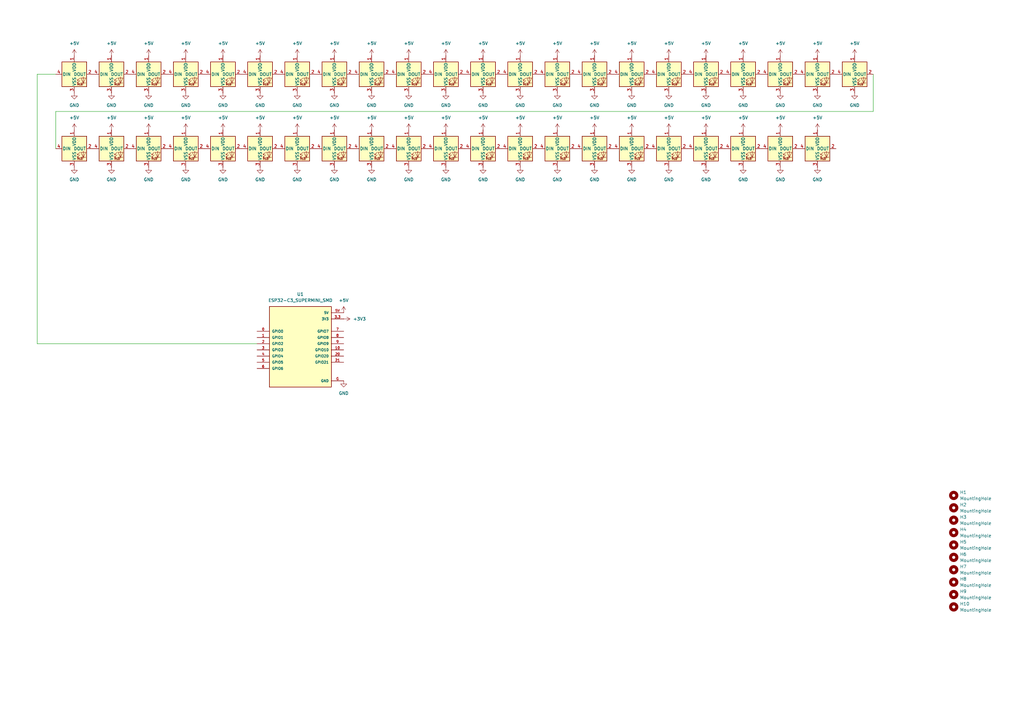
<source format=kicad_sch>
(kicad_sch (version 20250114) (generator "eeschema") (generator_version "9.0")
  (paper "A3")
  (lib_symbols
    (symbol "FunzlBoard:ESP32-C3_SUPERMINI_SMD" (pin_names (offset 1.016))
      (property "Reference" "U" (at -12.7 16.002 0))
      (property "Value" "ESP32-C3_SUPERMINI_SMD" (at -12.7 -20.32 0))
      (symbol "ESP32-C3_SUPERMINI_SMD_0_0"
        (rectangle (start -12.7 -17.78) (end 12.7 15.24) (stroke (width 0.254)) (fill (type background)))
        (pin bidirectional line (at -17.78 5.08 0) (length 5.08) (name "GPIO0") (number "0"))
        (pin bidirectional line (at -17.78 2.54 0) (length 5.08) (name "GPIO1") (number "1"))
        (pin bidirectional line (at -17.78 0 0) (length 5.08) (name "GPIO2") (number "2"))
        (pin bidirectional line (at -17.78 -2.54 0) (length 5.08) (name "GPIO3") (number "3"))
        (pin bidirectional line (at -17.78 -5.08 0) (length 5.08) (name "GPIO4") (number "4"))
        (pin bidirectional line (at -17.78 -7.62 0) (length 5.08) (name "GPIO5") (number "5"))
        (pin bidirectional line (at -17.78 -10.16 0) (length 5.08) (name "GPIO6") (number "6"))
        (pin power_in line (at 17.78 12.7 180) (length 5.08) (name "5V") (number "5V"))
        (pin power_in line (at 17.78 10.16 180) (length 5.08) (name "3V3") (number "3.3"))
        (pin bidirectional line (at 17.78 5.08 180) (length 5.08) (name "GPIO7") (number "7"))
        (pin bidirectional line (at 17.78 2.54 180) (length 5.08) (name "GPIO8") (number "8"))
        (pin bidirectional line (at 17.78 0 180) (length 5.08) (name "GPIO9") (number "9"))
        (pin bidirectional line (at 17.78 -2.54 180) (length 5.08) (name "GPIO10") (number "10"))
        (pin bidirectional line (at 17.78 -5.08 180) (length 5.08) (name "GPIO20") (number "20"))
        (pin bidirectional line (at 17.78 -7.62 180) (length 5.08) (name "GPIO21") (number "21"))
        (pin power_in line (at 17.78 -15.24 180) (length 5.08) (name "GND") (number "G"))
      )
    )
    (symbol "LED:WS2812B" (pin_names (offset 0.254))
      (property "Reference" "D" (at 5.08 5.715 0))
      (property "Value" "WS2812B" (at 1.27 -5.715 0))
      (symbol "WS2812B_0_0"
        (text "RGB" (at 2.286 -4.191 0) (effects (font (size 0.762 0.762))))
      )
      (symbol "WS2812B_0_1"
        (polyline (pts (xy 1.27 -2.54) (xy 1.778 -2.54)))
        (polyline (pts (xy 1.27 -3.556) (xy 1.778 -3.556)))
        (polyline (pts (xy 2.286 -1.524) (xy 1.27 -2.54) (xy 1.27 -2.032)))
        (polyline (pts (xy 2.286 -2.54) (xy 1.27 -3.556) (xy 1.27 -3.048)))
        (polyline (pts (xy 3.683 -1.016) (xy 3.683 -3.556) (xy 3.683 -4.064)))
        (polyline (pts (xy 4.699 -1.524) (xy 2.667 -1.524) (xy 3.683 -3.556) (xy 4.699 -1.524)))
        (polyline (pts (xy 4.699 -3.556) (xy 2.667 -3.556)))
        (rectangle (start 5.08 5.08) (end -5.08 -5.08) (stroke (width 0.254)) (fill (type background)))
      )
      (symbol "WS2812B_1_1"
        (pin input line (at -7.62 0 0) (length 2.54) (name "DIN") (number "4"))
        (pin power_in line (at 0 7.62 270) (length 2.54) (name "VDD") (number "1"))
        (pin power_in line (at 0 -7.62 90) (length 2.54) (name "VSS") (number "3"))
        (pin output line (at 7.62 0 180) (length 2.54) (name "DOUT") (number "2"))
      )
    )
    (symbol "Mechanical:MountingHole" (pin_names (offset 1.016)) (in_bom no)
      (property "Reference" "H" (at 0 5.08 0))
      (property "Value" "MountingHole" (at 0 3.175 0))
      (symbol "MountingHole_0_1"
        (circle (center 0 0) (radius 1.27) (stroke (width 1.27)))
      )
    )
    (symbol "power:+3V3" (power) (pin_numbers (hide yes)) (pin_names (offset 0) (hide yes))
      (property "Value" "+3V3" (at 0 3.556 0))
      (symbol "+3V3_0_1"
        (polyline (pts (xy -0.762 1.27) (xy 0 2.54)))
        (polyline (pts (xy 0 2.54) (xy 0.762 1.27)))
        (polyline (pts (xy 0 0) (xy 0 2.54)))
      )
      (symbol "+3V3_1_1"
        (pin power_in line (at 0 0 90) (length 0) (name "~") (number "1"))
      )
    )
    (symbol "power:+5V" (power) (pin_numbers (hide yes)) (pin_names (offset 0) (hide yes))
      (property "Value" "+5V" (at 0 3.556 0))
      (symbol "+5V_0_1"
        (polyline (pts (xy -0.762 1.27) (xy 0 2.54)))
        (polyline (pts (xy 0 2.54) (xy 0.762 1.27)))
        (polyline (pts (xy 0 0) (xy 0 2.54)))
      )
      (symbol "+5V_1_1"
        (pin power_in line (at 0 0 90) (length 0) (name "~") (number "1"))
      )
    )
    (symbol "power:GND" (power) (pin_numbers (hide yes)) (pin_names (offset 0) (hide yes))
      (property "Value" "GND" (at 0 -3.81 0))
      (symbol "GND_0_1"
        (polyline (pts (xy 0 0) (xy 0 -1.27) (xy 1.27 -1.27) (xy 0 -2.54) (xy -1.27 -1.27) (xy 0 -1.27)))
      )
      (symbol "GND_1_1"
        (pin power_in line (at 0 0 270) (length 0) (name "~") (number "1"))
      )
    )
  )
  (wire (pts (xy 15.24 140.97) (xy 15.24 30.48)))
  (wire (pts (xy 358.14 45.72) (xy 22.86 45.72)))
  (wire (pts (xy 15.24 30.48) (xy 22.86 30.48)))
  (wire (pts (xy 105.41 140.97) (xy 15.24 140.97)))
  (wire (pts (xy 358.14 30.48) (xy 358.14 45.72)))
  (wire (pts (xy 22.86 45.72) (xy 22.86 60.96)))
  (symbol (lib_id "power:GND") (at 182.88 38.1 0) (unit 1)
    (property "Reference" "#PWR022" (effects (hide yes)))
    (property "Value" "GND" (at 182.88 43.18 0))
    (property "Description" "Power symbol creates a global label with name \"GND\" , ground" (effects (hide yes)))
  )
  (symbol (lib_id "LED:WS2812B") (at 350.52 30.48 0) (unit 1)
    (property "Reference" "D22" (effects (hide yes)))
    (property "Value" "WS2812B" (effects (hide yes)))
    (property "Footprint" "LED_SMD:LED_WS2812B_PLCC4_5.0x5.0mm_P3.2mm" (effects (hide yes)))
    (property "Datasheet" "https://cdn-shop.adafruit.com/datasheets/WS2812B.pdf" (effects (hide yes)))
    (property "Description" "RGB LED with integrated controller" (effects (hide yes)))
  )
  (symbol (lib_id "LED:WS2812B") (at 76.2 30.48 0) (unit 1)
    (property "Reference" "D4" (effects (hide yes)))
    (property "Value" "WS2812B" (effects (hide yes)))
    (property "Footprint" "LED_SMD:LED_WS2812B_PLCC4_5.0x5.0mm_P3.2mm" (effects (hide yes)))
    (property "Datasheet" "https://cdn-shop.adafruit.com/datasheets/WS2812B.pdf" (effects (hide yes)))
    (property "Description" "RGB LED with integrated controller" (effects (hide yes)))
  )
  (symbol (lib_id "LED:WS2812B") (at 30.48 30.48 0) (unit 1)
    (property "Reference" "D1" (effects (hide yes)))
    (property "Value" "WS2812B" (effects (hide yes)))
    (property "Footprint" "LED_SMD:LED_WS2812B_PLCC4_5.0x5.0mm_P3.2mm" (effects (hide yes)))
    (property "Datasheet" "https://cdn-shop.adafruit.com/datasheets/WS2812B.pdf" (effects (hide yes)))
    (property "Description" "RGB LED with integrated controller" (effects (hide yes)))
  )
  (symbol (lib_id "Mechanical:MountingHole") (at 391.16 203.2 0) (unit 1) (in_bom no)
    (property "Reference" "H1" (at 393.7 201.9299 0) (effects (justify left)))
    (property "Value" "MountingHole" (at 393.7 204.4699 0) (effects (justify left)))
    (property "Footprint" "MountingHole:MountingHole_4.3mm_M4_DIN965" (effects (hide yes)))
    (property "Description" "Mounting Hole without connection" (effects (hide yes)))
  )
  (symbol (lib_id "power:GND") (at 289.56 38.1 0) (unit 1)
    (property "Reference" "#PWR036" (effects (hide yes)))
    (property "Value" "GND" (at 289.56 43.18 0))
    (property "Description" "Power symbol creates a global label with name \"GND\" , ground" (effects (hide yes)))
  )
  (symbol (lib_id "power:GND") (at 121.92 68.58 0) (unit 1)
    (property "Reference" "#PWR058" (effects (hide yes)))
    (property "Value" "GND" (at 121.92 73.66 0))
    (property "Description" "Power symbol creates a global label with name \"GND\" , ground" (effects (hide yes)))
  )
  (symbol (lib_id "power:+5V") (at 60.96 53.34 0) (unit 1)
    (property "Reference" "#PWR049" (effects (hide yes)))
    (property "Value" "+5V" (at 60.96 48.26 0))
    (property "Description" "Power symbol creates a global label with name \"+5V\"" (effects (hide yes)))
  )
  (symbol (lib_id "power:GND") (at 106.68 68.58 0) (unit 1)
    (property "Reference" "#PWR056" (effects (hide yes)))
    (property "Value" "GND" (at 106.68 73.66 0))
    (property "Description" "Power symbol creates a global label with name \"GND\" , ground" (effects (hide yes)))
  )
  (symbol (lib_id "power:+5V") (at 304.8 22.86 0) (unit 1)
    (property "Reference" "#PWR037" (effects (hide yes)))
    (property "Value" "+5V" (at 304.8 17.78 0))
    (property "Description" "Power symbol creates a global label with name \"+5V\"" (effects (hide yes)))
  )
  (symbol (lib_id "power:+5V") (at 91.44 22.86 0) (unit 1)
    (property "Reference" "#PWR09" (effects (hide yes)))
    (property "Value" "+5V" (at 91.44 17.78 0))
    (property "Description" "Power symbol creates a global label with name \"+5V\"" (effects (hide yes)))
  )
  (symbol (lib_id "power:GND") (at 243.84 68.58 0) (unit 1)
    (property "Reference" "#PWR074" (effects (hide yes)))
    (property "Value" "GND" (at 243.84 73.66 0))
    (property "Description" "Power symbol creates a global label with name \"GND\" , ground" (effects (hide yes)))
  )
  (symbol (lib_id "LED:WS2812B") (at 198.12 30.48 0) (unit 1)
    (property "Reference" "D12" (effects (hide yes)))
    (property "Value" "WS2812B" (effects (hide yes)))
    (property "Footprint" "LED_SMD:LED_WS2812B_PLCC4_5.0x5.0mm_P3.2mm" (effects (hide yes)))
    (property "Datasheet" "https://cdn-shop.adafruit.com/datasheets/WS2812B.pdf" (effects (hide yes)))
    (property "Description" "RGB LED with integrated controller" (effects (hide yes)))
  )
  (symbol (lib_id "LED:WS2812B") (at 213.36 60.96 0) (unit 1)
    (property "Reference" "D35" (effects (hide yes)))
    (property "Value" "WS2812B" (effects (hide yes)))
    (property "Footprint" "LED_SMD:LED_WS2812B_PLCC4_5.0x5.0mm_P3.2mm" (effects (hide yes)))
    (property "Datasheet" "https://cdn-shop.adafruit.com/datasheets/WS2812B.pdf" (effects (hide yes)))
    (property "Description" "RGB LED with integrated controller" (effects (hide yes)))
  )
  (symbol (lib_id "LED:WS2812B") (at 320.04 30.48 0) (unit 1)
    (property "Reference" "D20" (effects (hide yes)))
    (property "Value" "WS2812B" (effects (hide yes)))
    (property "Footprint" "LED_SMD:LED_WS2812B_PLCC4_5.0x5.0mm_P3.2mm" (effects (hide yes)))
    (property "Datasheet" "https://cdn-shop.adafruit.com/datasheets/WS2812B.pdf" (effects (hide yes)))
    (property "Description" "RGB LED with integrated controller" (effects (hide yes)))
  )
  (symbol (lib_id "LED:WS2812B") (at 228.6 60.96 0) (unit 1)
    (property "Reference" "D36" (effects (hide yes)))
    (property "Value" "WS2812B" (effects (hide yes)))
    (property "Footprint" "LED_SMD:LED_WS2812B_PLCC4_5.0x5.0mm_P3.2mm" (effects (hide yes)))
    (property "Datasheet" "https://cdn-shop.adafruit.com/datasheets/WS2812B.pdf" (effects (hide yes)))
    (property "Description" "RGB LED with integrated controller" (effects (hide yes)))
  )
  (symbol (lib_id "LED:WS2812B") (at 137.16 30.48 0) (unit 1)
    (property "Reference" "D8" (effects (hide yes)))
    (property "Value" "WS2812B" (effects (hide yes)))
    (property "Footprint" "LED_SMD:LED_WS2812B_PLCC4_5.0x5.0mm_P3.2mm" (effects (hide yes)))
    (property "Datasheet" "https://cdn-shop.adafruit.com/datasheets/WS2812B.pdf" (effects (hide yes)))
    (property "Description" "RGB LED with integrated controller" (effects (hide yes)))
  )
  (symbol (lib_id "power:GND") (at 30.48 38.1 0) (unit 1)
    (property "Reference" "#PWR01" (effects (hide yes)))
    (property "Value" "GND" (at 30.48 43.18 0))
    (property "Description" "Power symbol creates a global label with name \"GND\" , ground" (effects (hide yes)))
  )
  (symbol (lib_id "LED:WS2812B") (at 274.32 60.96 0) (unit 1)
    (property "Reference" "D39" (effects (hide yes)))
    (property "Value" "WS2812B" (effects (hide yes)))
    (property "Footprint" "LED_SMD:LED_WS2812B_PLCC4_5.0x5.0mm_P3.2mm" (effects (hide yes)))
    (property "Datasheet" "https://cdn-shop.adafruit.com/datasheets/WS2812B.pdf" (effects (hide yes)))
    (property "Description" "RGB LED with integrated controller" (effects (hide yes)))
  )
  (symbol (lib_id "power:GND") (at 259.08 68.58 0) (unit 1)
    (property "Reference" "#PWR076" (effects (hide yes)))
    (property "Value" "GND" (at 259.08 73.66 0))
    (property "Description" "Power symbol creates a global label with name \"GND\" , ground" (effects (hide yes)))
  )
  (symbol (lib_id "power:GND") (at 76.2 68.58 0) (unit 1)
    (property "Reference" "#PWR052" (effects (hide yes)))
    (property "Value" "GND" (at 76.2 73.66 0))
    (property "Description" "Power symbol creates a global label with name \"GND\" , ground" (effects (hide yes)))
  )
  (symbol (lib_id "power:+5V") (at 213.36 22.86 0) (unit 1)
    (property "Reference" "#PWR025" (effects (hide yes)))
    (property "Value" "+5V" (at 213.36 17.78 0))
    (property "Description" "Power symbol creates a global label with name \"+5V\"" (effects (hide yes)))
  )
  (symbol (lib_id "power:+5V") (at 140.97 128.27 0) (unit 1)
    (property "Reference" "#PWR089" (effects (hide yes)))
    (property "Value" "+5V" (at 140.97 123.19 0))
    (property "Description" "Power symbol creates a global label with name \"+5V\"" (effects (hide yes)))
  )
  (symbol (lib_id "power:GND") (at 140.97 156.21 0) (unit 1)
    (property "Reference" "#PWR090" (effects (hide yes)))
    (property "Value" "GND" (at 140.97 161.29 0))
    (property "Description" "Power symbol creates a global label with name \"GND\" , ground" (effects (hide yes)))
  )
  (symbol (lib_id "power:GND") (at 121.92 38.1 0) (unit 1)
    (property "Reference" "#PWR014" (effects (hide yes)))
    (property "Value" "GND" (at 121.92 43.18 0))
    (property "Description" "Power symbol creates a global label with name \"GND\" , ground" (effects (hide yes)))
  )
  (symbol (lib_id "power:+5V") (at 121.92 53.34 0) (unit 1)
    (property "Reference" "#PWR057" (effects (hide yes)))
    (property "Value" "+5V" (at 121.92 48.26 0))
    (property "Description" "Power symbol creates a global label with name \"+5V\"" (effects (hide yes)))
  )
  (symbol (lib_id "Mechanical:MountingHole") (at 391.16 228.6 0) (unit 1) (in_bom no)
    (property "Reference" "H6" (at 393.7 227.3299 0) (effects (justify left)))
    (property "Value" "MountingHole" (at 393.7 229.8699 0) (effects (justify left)))
    (property "Footprint" "MountingHole:MountingHole_4.3mm_M4_DIN965" (effects (hide yes)))
    (property "Description" "Mounting Hole without connection" (effects (hide yes)))
  )
  (symbol (lib_id "power:GND") (at 60.96 38.1 0) (unit 1)
    (property "Reference" "#PWR06" (effects (hide yes)))
    (property "Value" "GND" (at 60.96 43.18 0))
    (property "Description" "Power symbol creates a global label with name \"GND\" , ground" (effects (hide yes)))
  )
  (symbol (lib_id "power:GND") (at 30.48 68.58 0) (unit 1)
    (property "Reference" "#PWR046" (effects (hide yes)))
    (property "Value" "GND" (at 30.48 73.66 0))
    (property "Description" "Power symbol creates a global label with name \"GND\" , ground" (effects (hide yes)))
  )
  (symbol (lib_id "LED:WS2812B") (at 243.84 30.48 0) (unit 1)
    (property "Reference" "D15" (effects (hide yes)))
    (property "Value" "WS2812B" (effects (hide yes)))
    (property "Footprint" "LED_SMD:LED_WS2812B_PLCC4_5.0x5.0mm_P3.2mm" (effects (hide yes)))
    (property "Datasheet" "https://cdn-shop.adafruit.com/datasheets/WS2812B.pdf" (effects (hide yes)))
    (property "Description" "RGB LED with integrated controller" (effects (hide yes)))
  )
  (symbol (lib_id "power:GND") (at 198.12 68.58 0) (unit 1)
    (property "Reference" "#PWR068" (effects (hide yes)))
    (property "Value" "GND" (at 198.12 73.66 0))
    (property "Description" "Power symbol creates a global label with name \"GND\" , ground" (effects (hide yes)))
  )
  (symbol (lib_id "power:GND") (at 320.04 68.58 0) (unit 1)
    (property "Reference" "#PWR084" (effects (hide yes)))
    (property "Value" "GND" (at 320.04 73.66 0))
    (property "Description" "Power symbol creates a global label with name \"GND\" , ground" (effects (hide yes)))
  )
  (symbol (lib_id "power:+5V") (at 30.48 53.34 0) (unit 1)
    (property "Reference" "#PWR045" (effects (hide yes)))
    (property "Value" "+5V" (at 30.48 48.26 0))
    (property "Description" "Power symbol creates a global label with name \"+5V\"" (effects (hide yes)))
  )
  (symbol (lib_id "Mechanical:MountingHole") (at 391.16 208.28 0) (unit 1) (in_bom no)
    (property "Reference" "H2" (at 393.7 207.0099 0) (effects (justify left)))
    (property "Value" "MountingHole" (at 393.7 209.5499 0) (effects (justify left)))
    (property "Footprint" "MountingHole:MountingHole_4.3mm_M4_DIN965" (effects (hide yes)))
    (property "Description" "Mounting Hole without connection" (effects (hide yes)))
  )
  (symbol (lib_id "power:+5V") (at 335.28 53.34 0) (unit 1)
    (property "Reference" "#PWR085" (effects (hide yes)))
    (property "Value" "+5V" (at 335.28 48.26 0))
    (property "Description" "Power symbol creates a global label with name \"+5V\"" (effects (hide yes)))
  )
  (symbol (lib_id "LED:WS2812B") (at 289.56 60.96 0) (unit 1)
    (property "Reference" "D40" (effects (hide yes)))
    (property "Value" "WS2812B" (effects (hide yes)))
    (property "Footprint" "LED_SMD:LED_WS2812B_PLCC4_5.0x5.0mm_P3.2mm" (effects (hide yes)))
    (property "Datasheet" "https://cdn-shop.adafruit.com/datasheets/WS2812B.pdf" (effects (hide yes)))
    (property "Description" "RGB LED with integrated controller" (effects (hide yes)))
  )
  (symbol (lib_id "power:+5V") (at 137.16 22.86 0) (unit 1)
    (property "Reference" "#PWR015" (effects (hide yes)))
    (property "Value" "+5V" (at 137.16 17.78 0))
    (property "Description" "Power symbol creates a global label with name \"+5V\"" (effects (hide yes)))
  )
  (symbol (lib_id "LED:WS2812B") (at 45.72 30.48 0) (unit 1)
    (property "Reference" "D2" (effects (hide yes)))
    (property "Value" "WS2812B" (effects (hide yes)))
    (property "Footprint" "LED_SMD:LED_WS2812B_PLCC4_5.0x5.0mm_P3.2mm" (effects (hide yes)))
    (property "Datasheet" "https://cdn-shop.adafruit.com/datasheets/WS2812B.pdf" (effects (hide yes)))
    (property "Description" "RGB LED with integrated controller" (effects (hide yes)))
  )
  (symbol (lib_id "LED:WS2812B") (at 152.4 30.48 0) (unit 1)
    (property "Reference" "D9" (effects (hide yes)))
    (property "Value" "WS2812B" (effects (hide yes)))
    (property "Footprint" "LED_SMD:LED_WS2812B_PLCC4_5.0x5.0mm_P3.2mm" (effects (hide yes)))
    (property "Datasheet" "https://cdn-shop.adafruit.com/datasheets/WS2812B.pdf" (effects (hide yes)))
    (property "Description" "RGB LED with integrated controller" (effects (hide yes)))
  )
  (symbol (lib_id "power:+5V") (at 106.68 53.34 0) (unit 1)
    (property "Reference" "#PWR055" (effects (hide yes)))
    (property "Value" "+5V" (at 106.68 48.26 0))
    (property "Description" "Power symbol creates a global label with name \"+5V\"" (effects (hide yes)))
  )
  (symbol (lib_id "LED:WS2812B") (at 304.8 30.48 0) (unit 1)
    (property "Reference" "D19" (effects (hide yes)))
    (property "Value" "WS2812B" (effects (hide yes)))
    (property "Footprint" "LED_SMD:LED_WS2812B_PLCC4_5.0x5.0mm_P3.2mm" (effects (hide yes)))
    (property "Datasheet" "https://cdn-shop.adafruit.com/datasheets/WS2812B.pdf" (effects (hide yes)))
    (property "Description" "RGB LED with integrated controller" (effects (hide yes)))
  )
  (symbol (lib_id "power:+5V") (at 259.08 53.34 0) (unit 1)
    (property "Reference" "#PWR075" (effects (hide yes)))
    (property "Value" "+5V" (at 259.08 48.26 0))
    (property "Description" "Power symbol creates a global label with name \"+5V\"" (effects (hide yes)))
  )
  (symbol (lib_id "power:GND") (at 320.04 38.1 0) (unit 1)
    (property "Reference" "#PWR040" (effects (hide yes)))
    (property "Value" "GND" (at 320.04 43.18 0))
    (property "Description" "Power symbol creates a global label with name \"GND\" , ground" (effects (hide yes)))
  )
  (symbol (lib_id "LED:WS2812B") (at 228.6 30.48 0) (unit 1)
    (property "Reference" "D14" (effects (hide yes)))
    (property "Value" "WS2812B" (effects (hide yes)))
    (property "Footprint" "LED_SMD:LED_WS2812B_PLCC4_5.0x5.0mm_P3.2mm" (effects (hide yes)))
    (property "Datasheet" "https://cdn-shop.adafruit.com/datasheets/WS2812B.pdf" (effects (hide yes)))
    (property "Description" "RGB LED with integrated controller" (effects (hide yes)))
  )
  (symbol (lib_id "power:+5V") (at 121.92 22.86 0) (unit 1)
    (property "Reference" "#PWR013" (effects (hide yes)))
    (property "Value" "+5V" (at 121.92 17.78 0))
    (property "Description" "Power symbol creates a global label with name \"+5V\"" (effects (hide yes)))
  )
  (symbol (lib_id "Mechanical:MountingHole") (at 391.16 243.84 0) (unit 1) (in_bom no)
    (property "Reference" "H9" (at 393.7 242.5699 0) (effects (justify left)))
    (property "Value" "MountingHole" (at 393.7 245.1099 0) (effects (justify left)))
    (property "Footprint" "MountingHole:MountingHole_4.3mm_M4_DIN965" (effects (hide yes)))
    (property "Description" "Mounting Hole without connection" (effects (hide yes)))
  )
  (symbol (lib_id "LED:WS2812B") (at 152.4 60.96 0) (unit 1)
    (property "Reference" "D31" (effects (hide yes)))
    (property "Value" "WS2812B" (effects (hide yes)))
    (property "Footprint" "LED_SMD:LED_WS2812B_PLCC4_5.0x5.0mm_P3.2mm" (effects (hide yes)))
    (property "Datasheet" "https://cdn-shop.adafruit.com/datasheets/WS2812B.pdf" (effects (hide yes)))
    (property "Description" "RGB LED with integrated controller" (effects (hide yes)))
  )
  (symbol (lib_id "power:+5V") (at 304.8 53.34 0) (unit 1)
    (property "Reference" "#PWR081" (effects (hide yes)))
    (property "Value" "+5V" (at 304.8 48.26 0))
    (property "Description" "Power symbol creates a global label with name \"+5V\"" (effects (hide yes)))
  )
  (symbol (lib_id "power:+5V") (at 289.56 22.86 0) (unit 1)
    (property "Reference" "#PWR035" (effects (hide yes)))
    (property "Value" "+5V" (at 289.56 17.78 0))
    (property "Description" "Power symbol creates a global label with name \"+5V\"" (effects (hide yes)))
  )
  (symbol (lib_id "power:GND") (at 213.36 38.1 0) (unit 1)
    (property "Reference" "#PWR026" (effects (hide yes)))
    (property "Value" "GND" (at 213.36 43.18 0))
    (property "Description" "Power symbol creates a global label with name \"GND\" , ground" (effects (hide yes)))
  )
  (symbol (lib_id "Mechanical:MountingHole") (at 391.16 218.44 0) (unit 1) (in_bom no)
    (property "Reference" "H4" (at 393.7 217.1699 0) (effects (justify left)))
    (property "Value" "MountingHole" (at 393.7 219.7099 0) (effects (justify left)))
    (property "Footprint" "MountingHole:MountingHole_4.3mm_M4_DIN965" (effects (hide yes)))
    (property "Description" "Mounting Hole without connection" (effects (hide yes)))
  )
  (symbol (lib_id "power:+5V") (at 274.32 22.86 0) (unit 1)
    (property "Reference" "#PWR033" (effects (hide yes)))
    (property "Value" "+5V" (at 274.32 17.78 0))
    (property "Description" "Power symbol creates a global label with name \"+5V\"" (effects (hide yes)))
  )
  (symbol (lib_id "power:+5V") (at 228.6 22.86 0) (unit 1)
    (property "Reference" "#PWR027" (effects (hide yes)))
    (property "Value" "+5V" (at 228.6 17.78 0))
    (property "Description" "Power symbol creates a global label with name \"+5V\"" (effects (hide yes)))
  )
  (symbol (lib_id "power:GND") (at 335.28 38.1 0) (unit 1)
    (property "Reference" "#PWR042" (effects (hide yes)))
    (property "Value" "GND" (at 335.28 43.18 0))
    (property "Description" "Power symbol creates a global label with name \"GND\" , ground" (effects (hide yes)))
  )
  (symbol (lib_id "LED:WS2812B") (at 259.08 30.48 0) (unit 1)
    (property "Reference" "D16" (effects (hide yes)))
    (property "Value" "WS2812B" (effects (hide yes)))
    (property "Footprint" "LED_SMD:LED_WS2812B_PLCC4_5.0x5.0mm_P3.2mm" (effects (hide yes)))
    (property "Datasheet" "https://cdn-shop.adafruit.com/datasheets/WS2812B.pdf" (effects (hide yes)))
    (property "Description" "RGB LED with integrated controller" (effects (hide yes)))
  )
  (symbol (lib_id "power:GND") (at 304.8 68.58 0) (unit 1)
    (property "Reference" "#PWR082" (effects (hide yes)))
    (property "Value" "GND" (at 304.8 73.66 0))
    (property "Description" "Power symbol creates a global label with name \"GND\" , ground" (effects (hide yes)))
  )
  (symbol (lib_id "LED:WS2812B") (at 320.04 60.96 0) (unit 1)
    (property "Reference" "D42" (effects (hide yes)))
    (property "Value" "WS2812B" (effects (hide yes)))
    (property "Footprint" "LED_SMD:LED_WS2812B_PLCC4_5.0x5.0mm_P3.2mm" (effects (hide yes)))
    (property "Datasheet" "https://cdn-shop.adafruit.com/datasheets/WS2812B.pdf" (effects (hide yes)))
    (property "Description" "RGB LED with integrated controller" (effects (hide yes)))
  )
  (symbol (lib_id "LED:WS2812B") (at 121.92 60.96 0) (unit 1)
    (property "Reference" "D29" (effects (hide yes)))
    (property "Value" "WS2812B" (effects (hide yes)))
    (property "Footprint" "LED_SMD:LED_WS2812B_PLCC4_5.0x5.0mm_P3.2mm" (effects (hide yes)))
    (property "Datasheet" "https://cdn-shop.adafruit.com/datasheets/WS2812B.pdf" (effects (hide yes)))
    (property "Description" "RGB LED with integrated controller" (effects (hide yes)))
  )
  (symbol (lib_id "power:GND") (at 152.4 38.1 0) (unit 1)
    (property "Reference" "#PWR018" (effects (hide yes)))
    (property "Value" "GND" (at 152.4 43.18 0))
    (property "Description" "Power symbol creates a global label with name \"GND\" , ground" (effects (hide yes)))
  )
  (symbol (lib_id "LED:WS2812B") (at 335.28 30.48 0) (unit 1)
    (property "Reference" "D21" (effects (hide yes)))
    (property "Value" "WS2812B" (effects (hide yes)))
    (property "Footprint" "LED_SMD:LED_WS2812B_PLCC4_5.0x5.0mm_P3.2mm" (effects (hide yes)))
    (property "Datasheet" "https://cdn-shop.adafruit.com/datasheets/WS2812B.pdf" (effects (hide yes)))
    (property "Description" "RGB LED with integrated controller" (effects (hide yes)))
  )
  (symbol (lib_id "power:GND") (at 137.16 68.58 0) (unit 1)
    (property "Reference" "#PWR060" (effects (hide yes)))
    (property "Value" "GND" (at 137.16 73.66 0))
    (property "Description" "Power symbol creates a global label with name \"GND\" , ground" (effects (hide yes)))
  )
  (symbol (lib_id "power:GND") (at 76.2 38.1 0) (unit 1)
    (property "Reference" "#PWR08" (effects (hide yes)))
    (property "Value" "GND" (at 76.2 43.18 0))
    (property "Description" "Power symbol creates a global label with name \"GND\" , ground" (effects (hide yes)))
  )
  (symbol (lib_id "power:+5V") (at 152.4 22.86 0) (unit 1)
    (property "Reference" "#PWR017" (effects (hide yes)))
    (property "Value" "+5V" (at 152.4 17.78 0))
    (property "Description" "Power symbol creates a global label with name \"+5V\"" (effects (hide yes)))
  )
  (symbol (lib_id "Mechanical:MountingHole") (at 391.16 248.92 0) (unit 1) (in_bom no)
    (property "Reference" "H10" (at 393.7 247.6499 0) (effects (justify left)))
    (property "Value" "MountingHole" (at 393.7 250.1899 0) (effects (justify left)))
    (property "Footprint" "MountingHole:MountingHole_4.3mm_M4_DIN965" (effects (hide yes)))
    (property "Description" "Mounting Hole without connection" (effects (hide yes)))
  )
  (symbol (lib_id "power:+5V") (at 228.6 53.34 0) (unit 1)
    (property "Reference" "#PWR071" (effects (hide yes)))
    (property "Value" "+5V" (at 228.6 48.26 0))
    (property "Description" "Power symbol creates a global label with name \"+5V\"" (effects (hide yes)))
  )
  (symbol (lib_id "power:+5V") (at 106.68 22.86 0) (unit 1)
    (property "Reference" "#PWR011" (effects (hide yes)))
    (property "Value" "+5V" (at 106.68 17.78 0))
    (property "Description" "Power symbol creates a global label with name \"+5V\"" (effects (hide yes)))
  )
  (symbol (lib_id "power:+5V") (at 320.04 53.34 0) (unit 1)
    (property "Reference" "#PWR083" (effects (hide yes)))
    (property "Value" "+5V" (at 320.04 48.26 0))
    (property "Description" "Power symbol creates a global label with name \"+5V\"" (effects (hide yes)))
  )
  (symbol (lib_id "power:+5V") (at 60.96 22.86 0) (unit 1)
    (property "Reference" "#PWR05" (effects (hide yes)))
    (property "Value" "+5V" (at 60.96 17.78 0))
    (property "Description" "Power symbol creates a global label with name \"+5V\"" (effects (hide yes)))
  )
  (symbol (lib_id "power:+5V") (at 350.52 22.86 0) (unit 1)
    (property "Reference" "#PWR043" (effects (hide yes)))
    (property "Value" "+5V" (at 350.52 17.78 0))
    (property "Description" "Power symbol creates a global label with name \"+5V\"" (effects (hide yes)))
  )
  (symbol (lib_id "power:GND") (at 228.6 68.58 0) (unit 1)
    (property "Reference" "#PWR072" (effects (hide yes)))
    (property "Value" "GND" (at 228.6 73.66 0))
    (property "Description" "Power symbol creates a global label with name \"GND\" , ground" (effects (hide yes)))
  )
  (symbol (lib_id "power:+5V") (at 167.64 53.34 0) (unit 1)
    (property "Reference" "#PWR063" (effects (hide yes)))
    (property "Value" "+5V" (at 167.64 48.26 0))
    (property "Description" "Power symbol creates a global label with name \"+5V\"" (effects (hide yes)))
  )
  (symbol (lib_id "power:GND") (at 60.96 68.58 0) (unit 1)
    (property "Reference" "#PWR050" (effects (hide yes)))
    (property "Value" "GND" (at 60.96 73.66 0))
    (property "Description" "Power symbol creates a global label with name \"GND\" , ground" (effects (hide yes)))
  )
  (symbol (lib_id "power:GND") (at 45.72 38.1 0) (unit 1)
    (property "Reference" "#PWR04" (effects (hide yes)))
    (property "Value" "GND" (at 45.72 43.18 0))
    (property "Description" "Power symbol creates a global label with name \"GND\" , ground" (effects (hide yes)))
  )
  (symbol (lib_id "power:+5V") (at 259.08 22.86 0) (unit 1)
    (property "Reference" "#PWR031" (effects (hide yes)))
    (property "Value" "+5V" (at 259.08 17.78 0))
    (property "Description" "Power symbol creates a global label with name \"+5V\"" (effects (hide yes)))
  )
  (symbol (lib_id "power:GND") (at 167.64 38.1 0) (unit 1)
    (property "Reference" "#PWR020" (effects (hide yes)))
    (property "Value" "GND" (at 167.64 43.18 0))
    (property "Description" "Power symbol creates a global label with name \"GND\" , ground" (effects (hide yes)))
  )
  (symbol (lib_id "LED:WS2812B") (at 304.8 60.96 0) (unit 1)
    (property "Reference" "D41" (effects (hide yes)))
    (property "Value" "WS2812B" (effects (hide yes)))
    (property "Footprint" "LED_SMD:LED_WS2812B_PLCC4_5.0x5.0mm_P3.2mm" (effects (hide yes)))
    (property "Datasheet" "https://cdn-shop.adafruit.com/datasheets/WS2812B.pdf" (effects (hide yes)))
    (property "Description" "RGB LED with integrated controller" (effects (hide yes)))
  )
  (symbol (lib_id "power:+5V") (at 289.56 53.34 0) (unit 1)
    (property "Reference" "#PWR079" (effects (hide yes)))
    (property "Value" "+5V" (at 289.56 48.26 0))
    (property "Description" "Power symbol creates a global label with name \"+5V\"" (effects (hide yes)))
  )
  (symbol (lib_id "power:+5V") (at 335.28 22.86 0) (unit 1)
    (property "Reference" "#PWR041" (effects (hide yes)))
    (property "Value" "+5V" (at 335.28 17.78 0))
    (property "Description" "Power symbol creates a global label with name \"+5V\"" (effects (hide yes)))
  )
  (symbol (lib_id "power:+5V") (at 243.84 22.86 0) (unit 1)
    (property "Reference" "#PWR029" (effects (hide yes)))
    (property "Value" "+5V" (at 243.84 17.78 0))
    (property "Description" "Power symbol creates a global label with name \"+5V\"" (effects (hide yes)))
  )
  (symbol (lib_id "power:+5V") (at 243.84 53.34 0) (unit 1)
    (property "Reference" "#PWR073" (effects (hide yes)))
    (property "Value" "+5V" (at 243.84 48.26 0))
    (property "Description" "Power symbol creates a global label with name \"+5V\"" (effects (hide yes)))
  )
  (symbol (lib_id "power:GND") (at 274.32 68.58 0) (unit 1)
    (property "Reference" "#PWR078" (effects (hide yes)))
    (property "Value" "GND" (at 274.32 73.66 0))
    (property "Description" "Power symbol creates a global label with name \"GND\" , ground" (effects (hide yes)))
  )
  (symbol (lib_id "LED:WS2812B") (at 167.64 30.48 0) (unit 1)
    (property "Reference" "D10" (effects (hide yes)))
    (property "Value" "WS2812B" (effects (hide yes)))
    (property "Footprint" "LED_SMD:LED_WS2812B_PLCC4_5.0x5.0mm_P3.2mm" (effects (hide yes)))
    (property "Datasheet" "https://cdn-shop.adafruit.com/datasheets/WS2812B.pdf" (effects (hide yes)))
    (property "Description" "RGB LED with integrated controller" (effects (hide yes)))
  )
  (symbol (lib_id "LED:WS2812B") (at 289.56 30.48 0) (unit 1)
    (property "Reference" "D18" (effects (hide yes)))
    (property "Value" "WS2812B" (effects (hide yes)))
    (property "Footprint" "LED_SMD:LED_WS2812B_PLCC4_5.0x5.0mm_P3.2mm" (effects (hide yes)))
    (property "Datasheet" "https://cdn-shop.adafruit.com/datasheets/WS2812B.pdf" (effects (hide yes)))
    (property "Description" "RGB LED with integrated controller" (effects (hide yes)))
  )
  (symbol (lib_id "LED:WS2812B") (at 335.28 60.96 0) (unit 1)
    (property "Reference" "D43" (effects (hide yes)))
    (property "Value" "WS2812B" (effects (hide yes)))
    (property "Footprint" "LED_SMD:LED_WS2812B_PLCC4_5.0x5.0mm_P3.2mm" (effects (hide yes)))
    (property "Datasheet" "https://cdn-shop.adafruit.com/datasheets/WS2812B.pdf" (effects (hide yes)))
    (property "Description" "RGB LED with integrated controller" (effects (hide yes)))
  )
  (symbol (lib_id "power:GND") (at 350.52 38.1 0) (unit 1)
    (property "Reference" "#PWR044" (effects (hide yes)))
    (property "Value" "GND" (at 350.52 43.18 0))
    (property "Description" "Power symbol creates a global label with name \"GND\" , ground" (effects (hide yes)))
  )
  (symbol (lib_id "LED:WS2812B") (at 259.08 60.96 0) (unit 1)
    (property "Reference" "D38" (effects (hide yes)))
    (property "Value" "WS2812B" (effects (hide yes)))
    (property "Footprint" "LED_SMD:LED_WS2812B_PLCC4_5.0x5.0mm_P3.2mm" (effects (hide yes)))
    (property "Datasheet" "https://cdn-shop.adafruit.com/datasheets/WS2812B.pdf" (effects (hide yes)))
    (property "Description" "RGB LED with integrated controller" (effects (hide yes)))
  )
  (symbol (lib_id "power:GND") (at 335.28 68.58 0) (unit 1)
    (property "Reference" "#PWR086" (effects (hide yes)))
    (property "Value" "GND" (at 335.28 73.66 0))
    (property "Description" "Power symbol creates a global label with name \"GND\" , ground" (effects (hide yes)))
  )
  (symbol (lib_id "power:+5V") (at 30.48 22.86 0) (unit 1)
    (property "Reference" "#PWR02" (effects (hide yes)))
    (property "Value" "+5V" (at 30.48 17.78 0))
    (property "Description" "Power symbol creates a global label with name \"+5V\"" (effects (hide yes)))
  )
  (symbol (lib_id "power:GND") (at 304.8 38.1 0) (unit 1)
    (property "Reference" "#PWR038" (effects (hide yes)))
    (property "Value" "GND" (at 304.8 43.18 0))
    (property "Description" "Power symbol creates a global label with name \"GND\" , ground" (effects (hide yes)))
  )
  (symbol (lib_id "power:GND") (at 259.08 38.1 0) (unit 1)
    (property "Reference" "#PWR032" (effects (hide yes)))
    (property "Value" "GND" (at 259.08 43.18 0))
    (property "Description" "Power symbol creates a global label with name \"GND\" , ground" (effects (hide yes)))
  )
  (symbol (lib_id "LED:WS2812B") (at 213.36 30.48 0) (unit 1)
    (property "Reference" "D13" (effects (hide yes)))
    (property "Value" "WS2812B" (effects (hide yes)))
    (property "Footprint" "LED_SMD:LED_WS2812B_PLCC4_5.0x5.0mm_P3.2mm" (effects (hide yes)))
    (property "Datasheet" "https://cdn-shop.adafruit.com/datasheets/WS2812B.pdf" (effects (hide yes)))
    (property "Description" "RGB LED with integrated controller" (effects (hide yes)))
  )
  (symbol (lib_id "LED:WS2812B") (at 91.44 60.96 0) (unit 1)
    (property "Reference" "D27" (effects (hide yes)))
    (property "Value" "WS2812B" (effects (hide yes)))
    (property "Footprint" "LED_SMD:LED_WS2812B_PLCC4_5.0x5.0mm_P3.2mm" (effects (hide yes)))
    (property "Datasheet" "https://cdn-shop.adafruit.com/datasheets/WS2812B.pdf" (effects (hide yes)))
    (property "Description" "RGB LED with integrated controller" (effects (hide yes)))
  )
  (symbol (lib_id "power:GND") (at 243.84 38.1 0) (unit 1)
    (property "Reference" "#PWR030" (effects (hide yes)))
    (property "Value" "GND" (at 243.84 43.18 0))
    (property "Description" "Power symbol creates a global label with name \"GND\" , ground" (effects (hide yes)))
  )
  (symbol (lib_id "power:GND") (at 198.12 38.1 0) (unit 1)
    (property "Reference" "#PWR024" (effects (hide yes)))
    (property "Value" "GND" (at 198.12 43.18 0))
    (property "Description" "Power symbol creates a global label with name \"GND\" , ground" (effects (hide yes)))
  )
  (symbol (lib_id "power:+5V") (at 198.12 53.34 0) (unit 1)
    (property "Reference" "#PWR067" (effects (hide yes)))
    (property "Value" "+5V" (at 198.12 48.26 0))
    (property "Description" "Power symbol creates a global label with name \"+5V\"" (effects (hide yes)))
  )
  (symbol (lib_id "Mechanical:MountingHole") (at 391.16 238.76 0) (unit 1) (in_bom no)
    (property "Reference" "H8" (at 393.7 237.4899 0) (effects (justify left)))
    (property "Value" "MountingHole" (at 393.7 240.0299 0) (effects (justify left)))
    (property "Footprint" "MountingHole:MountingHole_4.3mm_M4_DIN965" (effects (hide yes)))
    (property "Description" "Mounting Hole without connection" (effects (hide yes)))
  )
  (symbol (lib_id "Mechanical:MountingHole") (at 391.16 233.68 0) (unit 1) (in_bom no)
    (property "Reference" "H7" (at 393.7 232.4099 0) (effects (justify left)))
    (property "Value" "MountingHole" (at 393.7 234.9499 0) (effects (justify left)))
    (property "Footprint" "MountingHole:MountingHole_4.3mm_M4_DIN965" (effects (hide yes)))
    (property "Description" "Mounting Hole without connection" (effects (hide yes)))
  )
  (symbol (lib_id "power:GND") (at 274.32 38.1 0) (unit 1)
    (property "Reference" "#PWR034" (effects (hide yes)))
    (property "Value" "GND" (at 274.32 43.18 0))
    (property "Description" "Power symbol creates a global label with name \"GND\" , ground" (effects (hide yes)))
  )
  (symbol (lib_id "LED:WS2812B") (at 106.68 30.48 0) (unit 1)
    (property "Reference" "D6" (effects (hide yes)))
    (property "Value" "WS2812B" (effects (hide yes)))
    (property "Footprint" "LED_SMD:LED_WS2812B_PLCC4_5.0x5.0mm_P3.2mm" (effects (hide yes)))
    (property "Datasheet" "https://cdn-shop.adafruit.com/datasheets/WS2812B.pdf" (effects (hide yes)))
    (property "Description" "RGB LED with integrated controller" (effects (hide yes)))
  )
  (symbol (lib_id "power:+5V") (at 76.2 53.34 0) (unit 1)
    (property "Reference" "#PWR051" (effects (hide yes)))
    (property "Value" "+5V" (at 76.2 48.26 0))
    (property "Description" "Power symbol creates a global label with name \"+5V\"" (effects (hide yes)))
  )
  (symbol (lib_id "LED:WS2812B") (at 121.92 30.48 0) (unit 1)
    (property "Reference" "D7" (effects (hide yes)))
    (property "Value" "WS2812B" (effects (hide yes)))
    (property "Footprint" "LED_SMD:LED_WS2812B_PLCC4_5.0x5.0mm_P3.2mm" (effects (hide yes)))
    (property "Datasheet" "https://cdn-shop.adafruit.com/datasheets/WS2812B.pdf" (effects (hide yes)))
    (property "Description" "RGB LED with integrated controller" (effects (hide yes)))
  )
  (symbol (lib_id "power:GND") (at 182.88 68.58 0) (unit 1)
    (property "Reference" "#PWR066" (effects (hide yes)))
    (property "Value" "GND" (at 182.88 73.66 0))
    (property "Description" "Power symbol creates a global label with name \"GND\" , ground" (effects (hide yes)))
  )
  (symbol (lib_id "power:+5V") (at 152.4 53.34 0) (unit 1)
    (property "Reference" "#PWR061" (effects (hide yes)))
    (property "Value" "+5V" (at 152.4 48.26 0))
    (property "Description" "Power symbol creates a global label with name \"+5V\"" (effects (hide yes)))
  )
  (symbol (lib_id "power:+3V3") (at 140.97 130.81 270) (unit 1)
    (property "Reference" "#PWR091" (effects (hide yes)))
    (property "Value" "+3V3" (at 144.78 130.8099 90) (effects (justify left)))
    (property "Description" "Power symbol creates a global label with name \"+3V3\"" (effects (hide yes)))
  )
  (symbol (lib_id "Mechanical:MountingHole") (at 391.16 213.36 0) (unit 1) (in_bom no)
    (property "Reference" "H3" (at 393.7 212.0899 0) (effects (justify left)))
    (property "Value" "MountingHole" (at 393.7 214.6299 0) (effects (justify left)))
    (property "Footprint" "MountingHole:MountingHole_4.3mm_M4_DIN965" (effects (hide yes)))
    (property "Description" "Mounting Hole without connection" (effects (hide yes)))
  )
  (symbol (lib_id "LED:WS2812B") (at 137.16 60.96 0) (unit 1)
    (property "Reference" "D30" (effects (hide yes)))
    (property "Value" "WS2812B" (effects (hide yes)))
    (property "Footprint" "LED_SMD:LED_WS2812B_PLCC4_5.0x5.0mm_P3.2mm" (effects (hide yes)))
    (property "Datasheet" "https://cdn-shop.adafruit.com/datasheets/WS2812B.pdf" (effects (hide yes)))
    (property "Description" "RGB LED with integrated controller" (effects (hide yes)))
  )
  (symbol (lib_id "power:GND") (at 167.64 68.58 0) (unit 1)
    (property "Reference" "#PWR064" (effects (hide yes)))
    (property "Value" "GND" (at 167.64 73.66 0))
    (property "Description" "Power symbol creates a global label with name \"GND\" , ground" (effects (hide yes)))
  )
  (symbol (lib_id "power:+5V") (at 274.32 53.34 0) (unit 1)
    (property "Reference" "#PWR077" (effects (hide yes)))
    (property "Value" "+5V" (at 274.32 48.26 0))
    (property "Description" "Power symbol creates a global label with name \"+5V\"" (effects (hide yes)))
  )
  (symbol (lib_id "LED:WS2812B") (at 60.96 60.96 0) (unit 1)
    (property "Reference" "D25" (effects (hide yes)))
    (property "Value" "WS2812B" (effects (hide yes)))
    (property "Footprint" "LED_SMD:LED_WS2812B_PLCC4_5.0x5.0mm_P3.2mm" (effects (hide yes)))
    (property "Datasheet" "https://cdn-shop.adafruit.com/datasheets/WS2812B.pdf" (effects (hide yes)))
    (property "Description" "RGB LED with integrated controller" (effects (hide yes)))
  )
  (symbol (lib_id "power:+5V") (at 213.36 53.34 0) (unit 1)
    (property "Reference" "#PWR069" (effects (hide yes)))
    (property "Value" "+5V" (at 213.36 48.26 0))
    (property "Description" "Power symbol creates a global label with name \"+5V\"" (effects (hide yes)))
  )
  (symbol (lib_id "power:+5V") (at 137.16 53.34 0) (unit 1)
    (property "Reference" "#PWR059" (effects (hide yes)))
    (property "Value" "+5V" (at 137.16 48.26 0))
    (property "Description" "Power symbol creates a global label with name \"+5V\"" (effects (hide yes)))
  )
  (symbol (lib_id "power:GND") (at 91.44 68.58 0) (unit 1)
    (property "Reference" "#PWR054" (effects (hide yes)))
    (property "Value" "GND" (at 91.44 73.66 0))
    (property "Description" "Power symbol creates a global label with name \"GND\" , ground" (effects (hide yes)))
  )
  (symbol (lib_id "LED:WS2812B") (at 91.44 30.48 0) (unit 1)
    (property "Reference" "D5" (effects (hide yes)))
    (property "Value" "WS2812B" (effects (hide yes)))
    (property "Footprint" "LED_SMD:LED_WS2812B_PLCC4_5.0x5.0mm_P3.2mm" (effects (hide yes)))
    (property "Datasheet" "https://cdn-shop.adafruit.com/datasheets/WS2812B.pdf" (effects (hide yes)))
    (property "Description" "RGB LED with integrated controller" (effects (hide yes)))
  )
  (symbol (lib_id "LED:WS2812B") (at 76.2 60.96 0) (unit 1)
    (property "Reference" "D26" (effects (hide yes)))
    (property "Value" "WS2812B" (effects (hide yes)))
    (property "Footprint" "LED_SMD:LED_WS2812B_PLCC4_5.0x5.0mm_P3.2mm" (effects (hide yes)))
    (property "Datasheet" "https://cdn-shop.adafruit.com/datasheets/WS2812B.pdf" (effects (hide yes)))
    (property "Description" "RGB LED with integrated controller" (effects (hide yes)))
  )
  (symbol (lib_id "LED:WS2812B") (at 182.88 60.96 0) (unit 1)
    (property "Reference" "D33" (effects (hide yes)))
    (property "Value" "WS2812B" (effects (hide yes)))
    (property "Footprint" "LED_SMD:LED_WS2812B_PLCC4_5.0x5.0mm_P3.2mm" (effects (hide yes)))
    (property "Datasheet" "https://cdn-shop.adafruit.com/datasheets/WS2812B.pdf" (effects (hide yes)))
    (property "Description" "RGB LED with integrated controller" (effects (hide yes)))
  )
  (symbol (lib_id "power:+5V") (at 45.72 53.34 0) (unit 1)
    (property "Reference" "#PWR047" (effects (hide yes)))
    (property "Value" "+5V" (at 45.72 48.26 0))
    (property "Description" "Power symbol creates a global label with name \"+5V\"" (effects (hide yes)))
  )
  (symbol (lib_id "power:+5V") (at 182.88 22.86 0) (unit 1)
    (property "Reference" "#PWR021" (effects (hide yes)))
    (property "Value" "+5V" (at 182.88 17.78 0))
    (property "Description" "Power symbol creates a global label with name \"+5V\"" (effects (hide yes)))
  )
  (symbol (lib_id "power:GND") (at 152.4 68.58 0) (unit 1)
    (property "Reference" "#PWR062" (effects (hide yes)))
    (property "Value" "GND" (at 152.4 73.66 0))
    (property "Description" "Power symbol creates a global label with name \"GND\" , ground" (effects (hide yes)))
  )
  (symbol (lib_id "LED:WS2812B") (at 167.64 60.96 0) (unit 1)
    (property "Reference" "D32" (effects (hide yes)))
    (property "Value" "WS2812B" (effects (hide yes)))
    (property "Footprint" "LED_SMD:LED_WS2812B_PLCC4_5.0x5.0mm_P3.2mm" (effects (hide yes)))
    (property "Datasheet" "https://cdn-shop.adafruit.com/datasheets/WS2812B.pdf" (effects (hide yes)))
    (property "Description" "RGB LED with integrated controller" (effects (hide yes)))
  )
  (symbol (lib_id "power:+5V") (at 198.12 22.86 0) (unit 1)
    (property "Reference" "#PWR023" (effects (hide yes)))
    (property "Value" "+5V" (at 198.12 17.78 0))
    (property "Description" "Power symbol creates a global label with name \"+5V\"" (effects (hide yes)))
  )
  (symbol (lib_id "power:GND") (at 45.72 68.58 0) (unit 1)
    (property "Reference" "#PWR048" (effects (hide yes)))
    (property "Value" "GND" (at 45.72 73.66 0))
    (property "Description" "Power symbol creates a global label with name \"GND\" , ground" (effects (hide yes)))
  )
  (symbol (lib_id "power:GND") (at 137.16 38.1 0) (unit 1)
    (property "Reference" "#PWR016" (effects (hide yes)))
    (property "Value" "GND" (at 137.16 43.18 0))
    (property "Description" "Power symbol creates a global label with name \"GND\" , ground" (effects (hide yes)))
  )
  (symbol (lib_id "power:GND") (at 228.6 38.1 0) (unit 1)
    (property "Reference" "#PWR028" (effects (hide yes)))
    (property "Value" "GND" (at 228.6 43.18 0))
    (property "Description" "Power symbol creates a global label with name \"GND\" , ground" (effects (hide yes)))
  )
  (symbol (lib_id "power:GND") (at 91.44 38.1 0) (unit 1)
    (property "Reference" "#PWR010" (effects (hide yes)))
    (property "Value" "GND" (at 91.44 43.18 0))
    (property "Description" "Power symbol creates a global label with name \"GND\" , ground" (effects (hide yes)))
  )
  (symbol (lib_id "LED:WS2812B") (at 243.84 60.96 0) (unit 1)
    (property "Reference" "D37" (effects (hide yes)))
    (property "Value" "WS2812B" (effects (hide yes)))
    (property "Footprint" "LED_SMD:LED_WS2812B_PLCC4_5.0x5.0mm_P3.2mm" (effects (hide yes)))
    (property "Datasheet" "https://cdn-shop.adafruit.com/datasheets/WS2812B.pdf" (effects (hide yes)))
    (property "Description" "RGB LED with integrated controller" (effects (hide yes)))
  )
  (symbol (lib_id "power:+5V") (at 76.2 22.86 0) (unit 1)
    (property "Reference" "#PWR07" (effects (hide yes)))
    (property "Value" "+5V" (at 76.2 17.78 0))
    (property "Description" "Power symbol creates a global label with name \"+5V\"" (effects (hide yes)))
  )
  (symbol (lib_id "LED:WS2812B") (at 182.88 30.48 0) (unit 1)
    (property "Reference" "D11" (effects (hide yes)))
    (property "Value" "WS2812B" (effects (hide yes)))
    (property "Footprint" "LED_SMD:LED_WS2812B_PLCC4_5.0x5.0mm_P3.2mm" (effects (hide yes)))
    (property "Datasheet" "https://cdn-shop.adafruit.com/datasheets/WS2812B.pdf" (effects (hide yes)))
    (property "Description" "RGB LED with integrated controller" (effects (hide yes)))
  )
  (symbol (lib_id "power:+5V") (at 182.88 53.34 0) (unit 1)
    (property "Reference" "#PWR065" (effects (hide yes)))
    (property "Value" "+5V" (at 182.88 48.26 0))
    (property "Description" "Power symbol creates a global label with name \"+5V\"" (effects (hide yes)))
  )
  (symbol (lib_id "LED:WS2812B") (at 198.12 60.96 0) (unit 1)
    (property "Reference" "D34" (effects (hide yes)))
    (property "Value" "WS2812B" (effects (hide yes)))
    (property "Footprint" "LED_SMD:LED_WS2812B_PLCC4_5.0x5.0mm_P3.2mm" (effects (hide yes)))
    (property "Datasheet" "https://cdn-shop.adafruit.com/datasheets/WS2812B.pdf" (effects (hide yes)))
    (property "Description" "RGB LED with integrated controller" (effects (hide yes)))
  )
  (symbol (lib_id "power:GND") (at 213.36 68.58 0) (unit 1)
    (property "Reference" "#PWR070" (effects (hide yes)))
    (property "Value" "GND" (at 213.36 73.66 0))
    (property "Description" "Power symbol creates a global label with name \"GND\" , ground" (effects (hide yes)))
  )
  (symbol (lib_id "power:+5V") (at 91.44 53.34 0) (unit 1)
    (property "Reference" "#PWR053" (effects (hide yes)))
    (property "Value" "+5V" (at 91.44 48.26 0))
    (property "Description" "Power symbol creates a global label with name \"+5V\"" (effects (hide yes)))
  )
  (symbol (lib_id "power:+5V") (at 167.64 22.86 0) (unit 1)
    (property "Reference" "#PWR019" (effects (hide yes)))
    (property "Value" "+5V" (at 167.64 17.78 0))
    (property "Description" "Power symbol creates a global label with name \"+5V\"" (effects (hide yes)))
  )
  (symbol (lib_id "LED:WS2812B") (at 30.48 60.96 0) (unit 1)
    (property "Reference" "D23" (effects (hide yes)))
    (property "Value" "WS2812B" (effects (hide yes)))
    (property "Footprint" "LED_SMD:LED_WS2812B_PLCC4_5.0x5.0mm_P3.2mm" (effects (hide yes)))
    (property "Datasheet" "https://cdn-shop.adafruit.com/datasheets/WS2812B.pdf" (effects (hide yes)))
    (property "Description" "RGB LED with integrated controller" (effects (hide yes)))
  )
  (symbol (lib_id "LED:WS2812B") (at 60.96 30.48 0) (unit 1)
    (property "Reference" "D3" (effects (hide yes)))
    (property "Value" "WS2812B" (effects (hide yes)))
    (property "Footprint" "LED_SMD:LED_WS2812B_PLCC4_5.0x5.0mm_P3.2mm" (effects (hide yes)))
    (property "Datasheet" "https://cdn-shop.adafruit.com/datasheets/WS2812B.pdf" (effects (hide yes)))
    (property "Description" "RGB LED with integrated controller" (effects (hide yes)))
  )
  (symbol (lib_id "power:GND") (at 289.56 68.58 0) (unit 1)
    (property "Reference" "#PWR080" (effects (hide yes)))
    (property "Value" "GND" (at 289.56 73.66 0))
    (property "Description" "Power symbol creates a global label with name \"GND\" , ground" (effects (hide yes)))
  )
  (symbol (lib_id "Mechanical:MountingHole") (at 391.16 223.52 0) (unit 1) (in_bom no)
    (property "Reference" "H5" (at 393.7 222.2499 0) (effects (justify left)))
    (property "Value" "MountingHole" (at 393.7 224.7899 0) (effects (justify left)))
    (property "Footprint" "MountingHole:MountingHole_4.3mm_M4_DIN965" (effects (hide yes)))
    (property "Description" "Mounting Hole without connection" (effects (hide yes)))
  )
  (symbol (lib_id "power:+5V") (at 45.72 22.86 0) (unit 1)
    (property "Reference" "#PWR03" (effects (hide yes)))
    (property "Value" "+5V" (at 45.72 17.78 0))
    (property "Description" "Power symbol creates a global label with name \"+5V\"" (effects (hide yes)))
  )
  (symbol (lib_id "power:GND") (at 106.68 38.1 0) (unit 1)
    (property "Reference" "#PWR012" (effects (hide yes)))
    (property "Value" "GND" (at 106.68 43.18 0))
    (property "Description" "Power symbol creates a global label with name \"GND\" , ground" (effects (hide yes)))
  )
  (symbol (lib_id "FunzlBoard:ESP32-C3_SUPERMINI_SMD") (at 123.19 140.97 0) (unit 1)
    (property "Reference" "U1" (at 123.19 120.65 0))
    (property "Value" "ESP32-C3_SUPERMINI_SMD" (at 123.19 123.19 0))
    (property "Footprint" "Lib:MODULE_ESP32-C3_SUPERMINI" (effects (hide yes)))
    (property "MF" "Espressif Systems" (effects (hide yes)))
    (property "MAXIMUM_PACKAGE_HEIGHT" "4.2mm" (effects (hide yes)))
    (property "Package" "None" (effects (hide yes)))
    (property "Price" "None" (effects (hide yes)))
    (property "Check_prices" "https://www.snapeda.com/parts/ESP32-C3%20SuperMini_SMD/Espressif+Systems/view-part/?ref=eda" (effects (hide yes)))
    (property "STANDARD" "Manufacturer Recommendations" (effects (hide yes)))
    (property "SnapEDA_Link" "https://www.snapeda.com/parts/ESP32-C3%20SuperMini_SMD/Espressif+Systems/view-part/?ref=snap" (effects (hide yes)))
    (property "MP" "ESP32-C3 SuperMini_SMD" (effects (hide yes)))
    (property "Description_1" "Super tiny ESP32-C3 board" (effects (hide yes)))
    (property "Availability" "Not in stock" (effects (hide yes)))
    (property "MANUFACTURER" "Espressif" (effects (hide yes)))
  )
  (symbol (lib_id "LED:WS2812B") (at 106.68 60.96 0) (unit 1)
    (property "Reference" "D28" (effects (hide yes)))
    (property "Value" "WS2812B" (effects (hide yes)))
    (property "Footprint" "LED_SMD:LED_WS2812B_PLCC4_5.0x5.0mm_P3.2mm" (effects (hide yes)))
    (property "Datasheet" "https://cdn-shop.adafruit.com/datasheets/WS2812B.pdf" (effects (hide yes)))
    (property "Description" "RGB LED with integrated controller" (effects (hide yes)))
  )
  (symbol (lib_id "LED:WS2812B") (at 45.72 60.96 0) (unit 1)
    (property "Reference" "D24" (effects (hide yes)))
    (property "Value" "WS2812B" (effects (hide yes)))
    (property "Footprint" "LED_SMD:LED_WS2812B_PLCC4_5.0x5.0mm_P3.2mm" (effects (hide yes)))
    (property "Datasheet" "https://cdn-shop.adafruit.com/datasheets/WS2812B.pdf" (effects (hide yes)))
    (property "Description" "RGB LED with integrated controller" (effects (hide yes)))
  )
  (symbol (lib_id "power:+5V") (at 320.04 22.86 0) (unit 1)
    (property "Reference" "#PWR039" (effects (hide yes)))
    (property "Value" "+5V" (at 320.04 17.78 0))
    (property "Description" "Power symbol creates a global label with name \"+5V\"" (effects (hide yes)))
  )
  (symbol (lib_id "LED:WS2812B") (at 274.32 30.48 0) (unit 1)
    (property "Reference" "D17" (effects (hide yes)))
    (property "Value" "WS2812B" (effects (hide yes)))
    (property "Footprint" "LED_SMD:LED_WS2812B_PLCC4_5.0x5.0mm_P3.2mm" (effects (hide yes)))
    (property "Datasheet" "https://cdn-shop.adafruit.com/datasheets/WS2812B.pdf" (effects (hide yes)))
    (property "Description" "RGB LED with integrated controller" (effects (hide yes)))
  )
)
</source>
